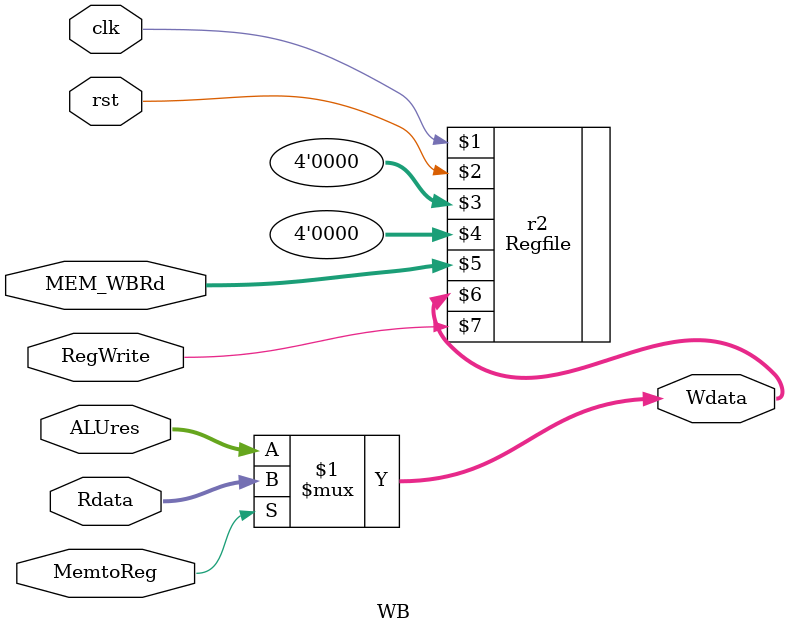
<source format=v>
`timescale 1ns / 1ps


module WB(clk,rst,Rdata,ALUres,MEM_WBRd,RegWrite,MemtoReg,Wdata);
input clk,rst;
input [31:0]Rdata,ALUres;
input [3:0]MEM_WBRd;
input MemtoReg;
output [31:0]Wdata;
input RegWrite;

assign Wdata=MemtoReg?Rdata:ALUres;

Regfile  r2(clk,rst,4'd0,4'd0,MEM_WBRd,Wdata,RegWrite);

endmodule

</source>
